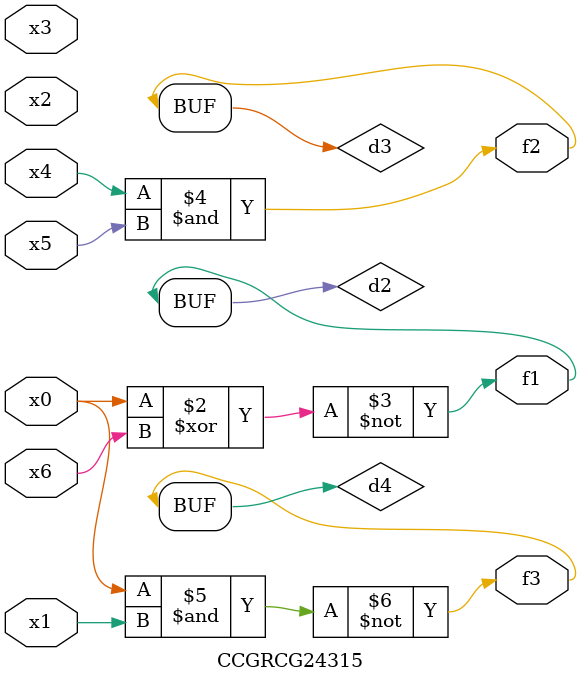
<source format=v>
module CCGRCG24315(
	input x0, x1, x2, x3, x4, x5, x6,
	output f1, f2, f3
);

	wire d1, d2, d3, d4;

	nor (d1, x0);
	xnor (d2, x0, x6);
	and (d3, x4, x5);
	nand (d4, x0, x1);
	assign f1 = d2;
	assign f2 = d3;
	assign f3 = d4;
endmodule

</source>
